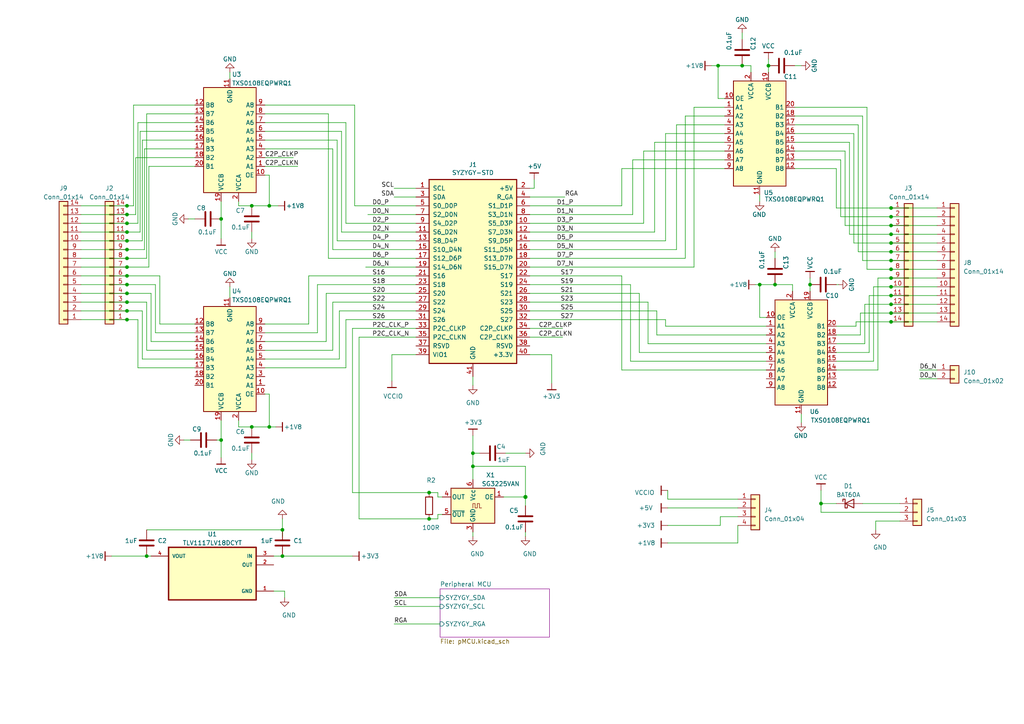
<source format=kicad_sch>
(kicad_sch (version 20230121) (generator eeschema)
  (paper "A4")
  (title_block (title "SYZYGY Breakout Flash") (date "2020-12-11") (rev "r1.0") (company "Adam Critchley") (comment 1 "SYZYGY Pod"))
  (lib_symbols
    (symbol "Connector_Generic:Conn_01x02" (pin_names (offset 1.016) hide)
      (property "Reference" "J" (at 0 2.54 0))
      (property "Value" "Conn_01x02" (at 0 -5.08 0))
      (symbol "Conn_01x02_1_1"
        (rectangle (start -1.27 -2.413) (end 0 -2.667) (stroke (width 0.1524)))
        (rectangle (start -1.27 0.127) (end 0 -0.127) (stroke (width 0.1524)))
        (rectangle (start -1.27 1.27) (end 1.27 -3.81) (stroke (width 0.254)) (fill (type background)))
        (pin passive line (at -5.08 0 0) (length 3.81) (name "Pin_1") (number "1"))
        (pin passive line (at -5.08 -2.54 0) (length 3.81) (name "Pin_2") (number "2"))
      )
    )
    (symbol "Connector_Generic:Conn_01x03" (pin_names (offset 1.016) hide)
      (property "Reference" "J" (at 0 5.08 0))
      (property "Value" "Conn_01x03" (at 0 -5.08 0))
      (symbol "Conn_01x03_1_1"
        (rectangle (start -1.27 -2.413) (end 0 -2.667) (stroke (width 0.1524)))
        (rectangle (start -1.27 0.127) (end 0 -0.127) (stroke (width 0.1524)))
        (rectangle (start -1.27 2.667) (end 0 2.413) (stroke (width 0.1524)))
        (rectangle (start -1.27 3.81) (end 1.27 -3.81) (stroke (width 0.254)) (fill (type background)))
        (pin passive line (at -5.08 2.54 0) (length 3.81) (name "Pin_1") (number "1"))
        (pin passive line (at -5.08 0 0) (length 3.81) (name "Pin_2") (number "2"))
        (pin passive line (at -5.08 -2.54 0) (length 3.81) (name "Pin_3") (number "3"))
      )
    )
    (symbol "Connector_Generic:Conn_01x04" (pin_names (offset 1.016) hide)
      (property "Reference" "J" (at 0 5.08 0))
      (property "Value" "Conn_01x04" (at 0 -7.62 0))
      (symbol "Conn_01x04_1_1"
        (rectangle (start -1.27 -4.953) (end 0 -5.207) (stroke (width 0.1524)))
        (rectangle (start -1.27 -2.413) (end 0 -2.667) (stroke (width 0.1524)))
        (rectangle (start -1.27 0.127) (end 0 -0.127) (stroke (width 0.1524)))
        (rectangle (start -1.27 2.667) (end 0 2.413) (stroke (width 0.1524)))
        (rectangle (start -1.27 3.81) (end 1.27 -6.35) (stroke (width 0.254)) (fill (type background)))
        (pin passive line (at -5.08 2.54 0) (length 3.81) (name "Pin_1") (number "1"))
        (pin passive line (at -5.08 0 0) (length 3.81) (name "Pin_2") (number "2"))
        (pin passive line (at -5.08 -2.54 0) (length 3.81) (name "Pin_3") (number "3"))
        (pin passive line (at -5.08 -5.08 0) (length 3.81) (name "Pin_4") (number "4"))
      )
    )
    (symbol "Connector_Generic:Conn_01x14" (pin_names (offset 1.016) hide)
      (property "Reference" "J" (at 0 17.78 0))
      (property "Value" "Conn_01x14" (at 0 -20.32 0))
      (symbol "Conn_01x14_1_1"
        (rectangle (start -1.27 -17.653) (end 0 -17.907) (stroke (width 0.1524)))
        (rectangle (start -1.27 -15.113) (end 0 -15.367) (stroke (width 0.1524)))
        (rectangle (start -1.27 -12.573) (end 0 -12.827) (stroke (width 0.1524)))
        (rectangle (start -1.27 -10.033) (end 0 -10.287) (stroke (width 0.1524)))
        (rectangle (start -1.27 -7.493) (end 0 -7.747) (stroke (width 0.1524)))
        (rectangle (start -1.27 -4.953) (end 0 -5.207) (stroke (width 0.1524)))
        (rectangle (start -1.27 -2.413) (end 0 -2.667) (stroke (width 0.1524)))
        (rectangle (start -1.27 0.127) (end 0 -0.127) (stroke (width 0.1524)))
        (rectangle (start -1.27 2.667) (end 0 2.413) (stroke (width 0.1524)))
        (rectangle (start -1.27 5.207) (end 0 4.953) (stroke (width 0.1524)))
        (rectangle (start -1.27 7.747) (end 0 7.493) (stroke (width 0.1524)))
        (rectangle (start -1.27 10.287) (end 0 10.033) (stroke (width 0.1524)))
        (rectangle (start -1.27 12.827) (end 0 12.573) (stroke (width 0.1524)))
        (rectangle (start -1.27 15.367) (end 0 15.113) (stroke (width 0.1524)))
        (rectangle (start -1.27 16.51) (end 1.27 -19.05) (stroke (width 0.254)) (fill (type background)))
        (pin passive line (at -5.08 15.24 0) (length 3.81) (name "Pin_1") (number "1"))
        (pin passive line (at -5.08 -7.62 0) (length 3.81) (name "Pin_10") (number "10"))
        (pin passive line (at -5.08 -10.16 0) (length 3.81) (name "Pin_11") (number "11"))
        (pin passive line (at -5.08 -12.7 0) (length 3.81) (name "Pin_12") (number "12"))
        (pin passive line (at -5.08 -15.24 0) (length 3.81) (name "Pin_13") (number "13"))
        (pin passive line (at -5.08 -17.78 0) (length 3.81) (name "Pin_14") (number "14"))
        (pin passive line (at -5.08 12.7 0) (length 3.81) (name "Pin_2") (number "2"))
        (pin passive line (at -5.08 10.16 0) (length 3.81) (name "Pin_3") (number "3"))
        (pin passive line (at -5.08 7.62 0) (length 3.81) (name "Pin_4") (number "4"))
        (pin passive line (at -5.08 5.08 0) (length 3.81) (name "Pin_5") (number "5"))
        (pin passive line (at -5.08 2.54 0) (length 3.81) (name "Pin_6") (number "6"))
        (pin passive line (at -5.08 0 0) (length 3.81) (name "Pin_7") (number "7"))
        (pin passive line (at -5.08 -2.54 0) (length 3.81) (name "Pin_8") (number "8"))
        (pin passive line (at -5.08 -5.08 0) (length 3.81) (name "Pin_9") (number "9"))
      )
    )
    (symbol "Device:C" (pin_numbers hide) (pin_names (offset 0.254))
      (property "Reference" "C" (at 0.635 2.54 0))
      (property "Value" "C" (at 0.635 -2.54 0))
      (symbol "C_0_1"
        (polyline (pts (xy -2.032 -0.762) (xy 2.032 -0.762)) (stroke (width 0.508)))
        (polyline (pts (xy -2.032 0.762) (xy 2.032 0.762)) (stroke (width 0.508)))
      )
      (symbol "C_1_1"
        (pin passive line (at 0 3.81 270) (length 2.794) (name "~") (number "1"))
        (pin passive line (at 0 -3.81 90) (length 2.794) (name "~") (number "2"))
      )
    )
    (symbol "Device:R_7" (pin_numbers hide) (pin_names (offset 0))
      (property "Reference" "R" (at 2.032 0 90))
      (property "Value" "R" (at 0 0 90))
      (symbol "R_7_0_1"
        (rectangle (start -1.016 -2.54) (end 1.016 2.54) (stroke (width 0.254)))
      )
      (symbol "R_7_1_1"
        (pin passive line (at 0 3.81 270) (length 1.27) (name "~") (number "1"))
        (pin passive line (at 0 -3.81 90) (length 1.27) (name "~") (number "2"))
      )
    )
    (symbol "Diode:BAT60A" (pin_numbers hide) (pin_names (offset 1.016) hide)
      (property "Reference" "D" (at 0 2.54 0))
      (property "Value" "BAT60A" (at 0 -2.54 0))
      (symbol "BAT60A_0_1"
        (polyline (pts (xy 1.27 0) (xy -1.27 0)))
        (polyline (pts (xy 1.27 1.27) (xy 1.27 -1.27) (xy -1.27 0) (xy 1.27 1.27)) (stroke (width 0.254)))
        (polyline (pts (xy -1.905 0.635) (xy -1.905 1.27) (xy -1.27 1.27) (xy -1.27 -1.27) (xy -0.635 -1.27) (xy -0.635 -0.635)) (stroke (width 0.254)))
      )
      (symbol "BAT60A_1_1"
        (pin passive line (at -3.81 0 0) (length 2.54) (name "K") (number "1"))
        (pin passive line (at 3.81 0 180) (length 2.54) (name "A") (number "2"))
      )
    )
    (symbol "GND_1" (power) (pin_names (offset 0))
      (property "Value" "GND_1" (at 0 -3.81 0))
      (symbol "GND_1_0_1"
        (polyline (pts (xy 0 0) (xy 0 -1.27) (xy 1.27 -1.27) (xy 0 -2.54) (xy -1.27 -1.27) (xy 0 -1.27)))
      )
      (symbol "GND_1_1_1"
        (pin power_in line (at 0 0 270) (length 0) hide (name "GND") (number "1"))
      )
    )
    (symbol "GND_2" (power) (pin_names (offset 0))
      (property "Value" "GND_2" (at 0 -3.81 0))
      (symbol "GND_2_0_1"
        (polyline (pts (xy 0 0) (xy 0 -1.27) (xy 1.27 -1.27) (xy 0 -2.54) (xy -1.27 -1.27) (xy 0 -1.27)))
      )
      (symbol "GND_2_1_1"
        (pin power_in line (at 0 0 270) (length 0) hide (name "GND") (number "1"))
      )
    )
    (symbol "Logic_LevelTranslator:TXS0108EPW"
      (property "Reference" "U" (at -6.35 16.51 0))
      (property "Value" "TXS0108EPW" (at 3.81 16.51 0))
      (symbol "TXS0108EPW_0_1"
        (rectangle (start -7.62 15.24) (end 7.62 -15.24) (stroke (width 0.254)) (fill (type background)))
      )
      (symbol "TXS0108EPW_1_1"
        (pin bidirectional line (at -10.16 7.62 0) (length 2.54) (name "A1") (number "1"))
        (pin input line (at -10.16 10.16 0) (length 2.54) (name "OE") (number "10"))
        (pin power_in line (at 0 -17.78 90) (length 2.54) (name "GND") (number "11"))
        (pin bidirectional line (at 10.16 -10.16 180) (length 2.54) (name "B8") (number "12"))
        (pin bidirectional line (at 10.16 -7.62 180) (length 2.54) (name "B7") (number "13"))
        (pin bidirectional line (at 10.16 -5.08 180) (length 2.54) (name "B6") (number "14"))
        (pin bidirectional line (at 10.16 -2.54 180) (length 2.54) (name "B5") (number "15"))
        (pin bidirectional line (at 10.16 0 180) (length 2.54) (name "B4") (number "16"))
        (pin bidirectional line (at 10.16 2.54 180) (length 2.54) (name "B3") (number "17"))
        (pin bidirectional line (at 10.16 5.08 180) (length 2.54) (name "B2") (number "18"))
        (pin power_in line (at 2.54 17.78 270) (length 2.54) (name "VCCB") (number "19"))
        (pin power_in line (at -2.54 17.78 270) (length 2.54) (name "VCCA") (number "2"))
        (pin bidirectional line (at 10.16 7.62 180) (length 2.54) (name "B1") (number "20"))
        (pin bidirectional line (at -10.16 5.08 0) (length 2.54) (name "A2") (number "3"))
        (pin bidirectional line (at -10.16 2.54 0) (length 2.54) (name "A3") (number "4"))
        (pin bidirectional line (at -10.16 0 0) (length 2.54) (name "A4") (number "5"))
        (pin bidirectional line (at -10.16 -2.54 0) (length 2.54) (name "A5") (number "6"))
        (pin bidirectional line (at -10.16 -5.08 0) (length 2.54) (name "A6") (number "7"))
        (pin bidirectional line (at -10.16 -7.62 0) (length 2.54) (name "A7") (number "8"))
        (pin bidirectional line (at -10.16 -10.16 0) (length 2.54) (name "A8") (number "9"))
      )
    )
    (symbol "TLV1117LV18DCYT:TLV1117LV18DCYT" (pin_names (offset 1.016))
      (property "Reference" "U" (at -12.7 8.62 0))
      (property "Value" "TLV1117LV18DCYT" (at -12.7 -11.62 0))
      (symbol "TLV1117LV18DCYT_0_0"
        (rectangle (start -12.7 -7.62) (end 12.7 7.62) (stroke (width 0.41)) (fill (type background)))
        (pin power_in line (at 17.78 -5.08 180) (length 5.08) (name "GND") (number "1"))
        (pin output line (at 17.78 2.54 180) (length 5.08) (name "OUT") (number "2"))
        (pin output line (at 17.78 5.08 180) (length 5.08) (name "IN") (number "3"))
        (pin input line (at -17.78 5.08 0) (length 5.08) (name "VOUT") (number "4"))
      )
    )
    (symbol "gkl_power:+1V8" (power) (pin_names (offset 0))
      (property "Value" "+1V8" (at 0 3.556 0))
      (symbol "+1V8_0_1"
        (polyline (pts (xy -1.27 1.905) (xy 1.27 1.905)) (stroke (width 0.3048)))
        (polyline (pts (xy 0 0) (xy 0 1.905)))
      )
      (symbol "+1V8_1_1"
        (pin power_in line (at 0 0 90) (length 0) hide (name "+1V8") (number "1"))
      )
    )
    (symbol "gkl_power:+3V3" (power) (pin_names (offset 0))
      (property "Value" "+3V3" (at 0 3.556 0))
      (symbol "+3V3_0_1"
        (polyline (pts (xy -1.27 1.905) (xy 1.27 1.905)) (stroke (width 0.3048)))
        (polyline (pts (xy 0 0) (xy 0 1.905)))
      )
      (symbol "+3V3_1_1"
        (pin power_in line (at 0 0 90) (length 0) hide (name "+3V3") (number "1"))
      )
    )
    (symbol "gkl_power:+5V" (power) (pin_names (offset 0))
      (property "Value" "+5V" (at 0 3.175 0))
      (symbol "+5V_0_1"
        (polyline (pts (xy -1.27 1.905) (xy 1.27 1.905)) (stroke (width 0.3048)))
        (polyline (pts (xy 0 0) (xy 0 1.905)))
      )
      (symbol "+5V_1_1"
        (pin power_in line (at 0 0 90) (length 0) hide (name "+5V") (number "1"))
      )
    )
    (symbol "gkl_power:VCC" (power) (pin_names (offset 0))
      (property "Value" "VCC" (at 0 3.556 0))
      (symbol "VCC_0_1"
        (polyline (pts (xy -1.27 1.905) (xy 1.27 1.905)) (stroke (width 0.3048)))
        (polyline (pts (xy 0 0) (xy 0 1.905)))
      )
      (symbol "VCC_1_1"
        (pin power_in line (at 0 0 90) (length 0) hide (name "VCC") (number "1"))
      )
    )
    (symbol "gkl_power:VCCIO" (power) (pin_names (offset 0))
      (property "Value" "VCCIO" (at 0 3.556 0))
      (symbol "VCCIO_0_1"
        (polyline (pts (xy -1.27 1.905) (xy 1.27 1.905)) (stroke (width 0.3048)))
        (polyline (pts (xy 0 0) (xy 0 1.905)))
      )
      (symbol "VCCIO_1_1"
        (pin power_in line (at 0 0 90) (length 0) hide (name "VCCIO") (number "1"))
      )
    )
    (symbol "gsd-kicad:SG3225VAN" (pin_names (offset 0.254))
      (property "Reference" "X" (at -5.08 6.35 0))
      (property "Value" "SG3225VAN" (at 1.27 -6.35 0))
      (symbol "SG3225VAN_0_1"
        (rectangle (start -6.35 5.08) (end 6.35 -5.08) (stroke (width 0.254)) (fill (type background)))
        (polyline (pts (xy -2.54 -0.635) (xy -1.905 -0.635) (xy -1.905 0.635) (xy -1.27 0.635) (xy -1.27 -0.635) (xy -0.635 -0.635) (xy -0.635 0.635) (xy 0 0.635) (xy 0 -0.635)))
      )
      (symbol "SG3225VAN_1_1"
        (pin input line (at -8.89 2.54 0) (length 2.54) (name "OE") (number "1"))
        (pin power_in line (at 0 -7.62 90) (length 2.54) (name "GND") (number "3"))
        (pin output line (at 8.89 2.54 180) (length 2.54) (name "OUT") (number "4"))
        (pin output line (at 8.89 -2.54 180) (length 2.54) (name "~{OUT}") (number "5"))
        (pin power_in line (at 0 7.62 270) (length 2.54) (name "Vcc") (number "6"))
      )
    )
    (symbol "gsd-kicad:SYZYGY-STD" (pin_names (offset 1.016))
      (property "Reference" "J" (at 0 27.94 0))
      (property "Value" "SYZYGY-STD" (at 0 25.4 0))
      (symbol "SYZYGY-STD_0_1"
        (rectangle (start -12.7 24.13) (end 12.7 -29.21) (stroke (width 0.3302)) (fill (type background)))
      )
      (symbol "SYZYGY-STD_1_1"
        (pin input line (at -16.51 21.59 0) (length 3.81) (name "SCL") (number "1"))
        (pin input line (at 16.51 11.43 180) (length 3.81) (name "S5_D3P") (number "10"))
        (pin input line (at -16.51 8.89 0) (length 3.81) (name "S6_D2N") (number "11"))
        (pin input line (at 16.51 8.89 180) (length 3.81) (name "S7_D3N") (number "12"))
        (pin input line (at -16.51 6.35 0) (length 3.81) (name "S8_D4P") (number "13"))
        (pin input line (at 16.51 6.35 180) (length 3.81) (name "S9_D5P") (number "14"))
        (pin input line (at -16.51 3.81 0) (length 3.81) (name "S10_D4N") (number "15"))
        (pin input line (at 16.51 3.81 180) (length 3.81) (name "S11_D5N") (number "16"))
        (pin input line (at -16.51 1.27 0) (length 3.81) (name "S12_D6P") (number "17"))
        (pin input line (at 16.51 1.27 180) (length 3.81) (name "S13_D7P") (number "18"))
        (pin input line (at -16.51 -1.27 0) (length 3.81) (name "S14_D6N") (number "19"))
        (pin input line (at 16.51 21.59 180) (length 3.81) (name "+5V") (number "2"))
        (pin input line (at 16.51 -1.27 180) (length 3.81) (name "S15_D7N") (number "20"))
        (pin input line (at -16.51 -3.81 0) (length 3.81) (name "S16") (number "21"))
        (pin input line (at 16.51 -3.81 180) (length 3.81) (name "S17") (number "22"))
        (pin input line (at -16.51 -6.35 0) (length 3.81) (name "S18") (number "23"))
        (pin input line (at 16.51 -6.35 180) (length 3.81) (name "S19") (number "24"))
        (pin input line (at -16.51 -8.89 0) (length 3.81) (name "S20") (number "25"))
        (pin input line (at 16.51 -8.89 180) (length 3.81) (name "S21") (number "26"))
        (pin input line (at -16.51 -11.43 0) (length 3.81) (name "S22") (number "27"))
        (pin input line (at 16.51 -11.43 180) (length 3.81) (name "S23") (number "28"))
        (pin input line (at -16.51 -13.97 0) (length 3.81) (name "S24") (number "29"))
        (pin input line (at -16.51 19.05 0) (length 3.81) (name "SDA") (number "3"))
        (pin input line (at 16.51 -13.97 180) (length 3.81) (name "S25") (number "30"))
        (pin input line (at -16.51 -16.51 0) (length 3.81) (name "S26") (number "31"))
        (pin input line (at 16.51 -16.51 180) (length 3.81) (name "S27") (number "32"))
        (pin input line (at -16.51 -19.05 0) (length 3.81) (name "P2C_CLKP") (number "33"))
        (pin input line (at 16.51 -19.05 180) (length 3.81) (name "C2P_CLKP") (number "34"))
        (pin input line (at -16.51 -21.59 0) (length 3.81) (name "P2C_CLKN") (number "35"))
        (pin input line (at 16.51 -21.59 180) (length 3.81) (name "C2P_CLKN") (number "36"))
        (pin input line (at -16.51 -24.13 0) (length 3.81) (name "RSVD") (number "37"))
        (pin input line (at 16.51 -24.13 180) (length 3.81) (name "RSVD") (number "38"))
        (pin input line (at -16.51 -26.67 0) (length 3.81) (name "VIO1") (number "39"))
        (pin input line (at 16.51 19.05 180) (length 3.81) (name "R_GA") (number "4"))
        (pin input line (at 16.51 -26.67 180) (length 3.81) (name "+3.3V") (number "40"))
        (pin input line (at 0 -33.02 90) (length 3.81) (name "GND") (number "41"))
        (pin input line (at -16.51 16.51 0) (length 3.81) (name "S0_D0P") (number "5"))
        (pin input line (at 16.51 16.51 180) (length 3.81) (name "S1_D1P") (number "6"))
        (pin input line (at -16.51 13.97 0) (length 3.81) (name "S2_D0N") (number "7"))
        (pin input line (at 16.51 13.97 180) (length 3.81) (name "S3_D1N") (number "8"))
        (pin input line (at -16.51 11.43 0) (length 3.81) (name "S4_D2P") (number "9"))
      )
    )
    (symbol "power:GND" (power) (pin_names (offset 0))
      (property "Value" "GND" (at 0 -3.81 0))
      (symbol "GND_0_1"
        (polyline (pts (xy 0 0) (xy 0 -1.27) (xy 1.27 -1.27) (xy 0 -2.54) (xy -1.27 -1.27) (xy 0 -1.27)))
      )
      (symbol "GND_1_1"
        (pin power_in line (at 0 0 270) (length 0) hide (name "GND") (number "1"))
      )
    )
  )
  (bus_alias "GPDI" (members "CK_N" "CK_P" "D0_N" "D0_P" "D1_N" "D1_P" "D2_N" "D2_P"))
  (junction (at 36.83 64.77))
  (junction (at 36.83 85.09))
  (junction (at 215.265 19.05))
  (junction (at 224.79 82.55))
  (junction (at 258.445 90.805))
  (junction (at 258.445 75.565))
  (junction (at 238.125 146.05))
  (junction (at 124.46 150.495))
  (junction (at 36.83 67.31))
  (junction (at 78.105 123.825))
  (junction (at 36.83 82.55))
  (junction (at 36.83 92.71))
  (junction (at 36.83 77.47))
  (junction (at 258.445 80.645))
  (junction (at 234.95 82.55))
  (junction (at 42.545 161.29))
  (junction (at 36.83 62.23))
  (junction (at 222.885 19.05))
  (junction (at 124.46 142.875))
  (junction (at 258.445 70.485))
  (junction (at 258.445 67.945))
  (junction (at 36.83 72.39))
  (junction (at 36.83 59.69))
  (junction (at 258.445 83.185))
  (junction (at 64.135 127.635))
  (junction (at 258.445 78.105))
  (junction (at 64.135 63.5))
  (junction (at 258.445 93.345))
  (junction (at 258.445 60.325))
  (junction (at 78.105 59.69))
  (junction (at 73.025 123.825))
  (junction (at 73.025 59.69))
  (junction (at 81.915 153.67))
  (junction (at 36.83 74.93))
  (junction (at 258.445 88.265))
  (junction (at 137.16 131.445))
  (junction (at 137.16 135.255))
  (junction (at 258.445 62.865))
  (junction (at 81.915 161.29))
  (junction (at 258.445 73.025))
  (junction (at 36.83 90.17))
  (junction (at 36.83 69.85))
  (junction (at 36.83 87.63))
  (junction (at 36.83 80.01))
  (junction (at 258.445 65.405))
  (junction (at 208.28 19.05))
  (junction (at 258.445 85.725))
  (junction (at 220.345 82.55))
  (junction (at 152.4 144.145) (diameter 1.016))
  (wire (pts (xy 238.125 148.59) (xy 260.985 148.59)))
  (wire (pts (xy 76.835 45.72) (xy 85.09 45.72)))
  (wire (pts (xy 76.835 106.68) (xy 100.33 106.68)))
  (wire (pts (xy 153.67 64.77) (xy 186.69 64.77)))
  (wire (pts (xy 106.045 77.47) (xy 120.65 77.47)))
  (wire (pts (xy 183.515 46.355) (xy 210.185 46.355)))
  (wire (pts (xy 220.345 82.55) (xy 220.345 92.075)))
  (wire (pts (xy 208.915 152.4) (xy 208.915 149.86)))
  (wire (pts (xy 180.34 107.315) (xy 180.34 80.01)))
  (wire (pts (xy 247.65 70.485) (xy 258.445 70.485)))
  (wire (pts (xy 137.16 131.445) (xy 137.16 135.255)))
  (wire (pts (xy 102.87 30.48) (xy 102.87 59.69)))
  (wire (pts (xy 153.67 82.55) (xy 182.88 82.55)))
  (wire (pts (xy 76.835 114.3) (xy 78.105 114.3)))
  (wire (pts (xy 41.91 72.39) (xy 36.83 72.39)))
  (wire (pts (xy 114.3 173.355) (xy 127.635 173.355)))
  (wire (pts (xy 23.495 92.71) (xy 36.83 92.71)))
  (wire (pts (xy 43.18 48.26) (xy 43.18 77.47)))
  (wire (pts (xy 190.5 97.155) (xy 222.25 97.155)))
  (wire (pts (xy 247.65 38.735) (xy 230.505 38.735)))
  (wire (pts (xy 243.84 46.355) (xy 230.505 46.355)))
  (wire (pts (xy 23.495 72.39) (xy 36.83 72.39)))
  (wire (pts (xy 23.495 80.01) (xy 36.83 80.01)))
  (wire (pts (xy 153.67 95.25) (xy 163.195 95.25)))
  (wire (pts (xy 36.83 82.55) (xy 45.085 82.55)))
  (wire (pts (xy 64.135 132.715) (xy 64.135 127.635)))
  (wire (pts (xy 76.835 48.26) (xy 86.36 48.26)))
  (wire (pts (xy 41.275 90.17) (xy 41.275 104.14)))
  (wire (pts (xy 258.445 60.325) (xy 271.78 60.325)))
  (wire (pts (xy 193.675 152.4) (xy 208.915 152.4)))
  (wire (pts (xy 234.95 80.645) (xy 234.95 82.55)))
  (wire (pts (xy 198.755 33.655) (xy 210.185 33.655)))
  (wire (pts (xy 251.46 78.105) (xy 251.46 31.115)))
  (wire (pts (xy 96.52 72.39) (xy 120.65 72.39)))
  (wire (pts (xy 23.495 77.47) (xy 36.83 77.47)))
  (wire (pts (xy 258.445 80.645) (xy 271.78 80.645)))
  (wire (pts (xy 43.18 48.26) (xy 56.515 48.26)))
  (wire (pts (xy 146.05 144.145) (xy 152.4 144.145)))
  (wire (pts (xy 78.105 123.825) (xy 80.01 123.825)))
  (wire (pts (xy 242.57 60.325) (xy 242.57 48.895)))
  (wire (pts (xy 40.64 38.1) (xy 56.515 38.1)))
  (wire (pts (xy 232.41 122.555) (xy 232.41 120.015)))
  (wire (pts (xy 242.57 48.895) (xy 230.505 48.895)))
  (wire (pts (xy 69.215 123.825) (xy 73.025 123.825)))
  (wire (pts (xy 36.83 87.63) (xy 42.545 87.63)))
  (wire (pts (xy 153.67 77.47) (xy 201.295 77.47)))
  (wire (pts (xy 247.65 70.485) (xy 247.65 38.735)))
  (wire (pts (xy 242.57 97.155) (xy 249.555 97.155)))
  (wire (pts (xy 224.79 82.55) (xy 229.87 82.55)))
  (wire (pts (xy 242.57 102.235) (xy 252.095 102.235)))
  (wire (pts (xy 153.67 59.69) (xy 180.34 59.69)))
  (wire (pts (xy 160.02 111.125) (xy 160.02 102.87)))
  (wire (pts (xy 193.04 38.735) (xy 210.185 38.735)))
  (wire (pts (xy 76.835 93.98) (xy 89.535 93.98)))
  (wire (pts (xy 222.25 92.075) (xy 220.345 92.075)))
  (wire (pts (xy 79.375 161.29) (xy 81.915 161.29)))
  (wire (pts (xy 76.835 104.14) (xy 98.425 104.14)))
  (wire (pts (xy 76.835 101.6) (xy 96.52 101.6)))
  (wire (pts (xy 258.445 78.105) (xy 271.78 78.105)))
  (wire (pts (xy 104.14 97.79) (xy 120.65 97.79)))
  (wire (pts (xy 100.33 92.71) (xy 120.65 92.71)))
  (wire (pts (xy 146.685 131.445) (xy 152.4 131.445)))
  (wire (pts (xy 217.805 19.05) (xy 217.805 20.955)))
  (wire (pts (xy 213.995 144.78) (xy 193.675 144.78)))
  (wire (pts (xy 106.68 62.23) (xy 120.65 62.23)))
  (wire (pts (xy 220.345 58.42) (xy 220.345 56.515)))
  (wire (pts (xy 76.835 43.18) (xy 96.52 43.18)))
  (wire (pts (xy 114.3 180.975) (xy 127.635 180.975)))
  (wire (pts (xy 73.025 133.35) (xy 73.025 131.445)))
  (wire (pts (xy 250.19 75.565) (xy 250.19 33.655)))
  (wire (pts (xy 40.005 92.71) (xy 40.005 106.68)))
  (wire (pts (xy 23.495 85.09) (xy 36.83 85.09)))
  (wire (pts (xy 196.215 36.195) (xy 210.185 36.195)))
  (wire (pts (xy 258.445 65.405) (xy 271.78 65.405)))
  (wire (pts (xy 41.91 43.18) (xy 56.515 43.18)))
  (wire (pts (xy 189.865 41.275) (xy 189.865 67.31)))
  (wire (pts (xy 258.445 85.725) (xy 271.78 85.725)))
  (wire (pts (xy 98.425 90.17) (xy 120.65 90.17)))
  (wire (pts (xy 128.27 149.225) (xy 127 149.225)))
  (wire (pts (xy 113.665 110.49) (xy 113.665 102.87)))
  (wire (pts (xy 258.445 70.485) (xy 271.78 70.485)))
  (wire (pts (xy 250.825 88.265) (xy 258.445 88.265)))
  (wire (pts (xy 137.16 126.365) (xy 137.16 131.445)))
  (wire (pts (xy 250.825 99.695) (xy 250.825 88.265)))
  (wire (pts (xy 100.33 92.71) (xy 100.33 106.68)))
  (wire (pts (xy 39.37 45.72) (xy 39.37 62.23)))
  (wire (pts (xy 100.33 35.56) (xy 76.835 35.56)))
  (wire (pts (xy 224.79 73.025) (xy 224.79 74.93)))
  (wire (pts (xy 137.16 135.255) (xy 137.16 139.065)))
  (wire (pts (xy 193.04 92.71) (xy 193.04 94.615)))
  (wire (pts (xy 252.095 85.725) (xy 258.445 85.725)))
  (wire (pts (xy 127 144.145) (xy 127 142.875)))
  (wire (pts (xy 42.545 161.29) (xy 43.815 161.29)))
  (wire (pts (xy 193.04 94.615) (xy 222.25 94.615)))
  (wire (pts (xy 23.495 90.17) (xy 36.83 90.17)))
  (wire (pts (xy 152.4 144.145) (xy 152.4 135.255)))
  (wire (pts (xy 215.265 9.525) (xy 215.265 11.43)))
  (wire (pts (xy 187.96 99.695) (xy 222.25 99.695)))
  (wire (pts (xy 66.675 83.185) (xy 66.675 86.36)))
  (wire (pts (xy 246.38 67.945) (xy 258.445 67.945)))
  (wire (pts (xy 220.345 82.55) (xy 224.79 82.55)))
  (wire (pts (xy 189.865 41.275) (xy 210.185 41.275)))
  (wire (pts (xy 153.67 69.85) (xy 193.04 69.85)))
  (wire (pts (xy 193.675 144.78) (xy 193.675 142.24)))
  (wire (pts (xy 153.67 87.63) (xy 187.96 87.63)))
  (wire (pts (xy 45.085 96.52) (xy 56.515 96.52)))
  (wire (pts (xy 153.67 97.79) (xy 163.195 97.79)))
  (wire (pts (xy 258.445 73.025) (xy 271.78 73.025)))
  (wire (pts (xy 234.95 82.55) (xy 234.95 84.455)))
  (wire (pts (xy 128.27 144.145) (xy 127 144.145)))
  (wire (pts (xy 89.535 80.01) (xy 89.535 93.98)))
  (wire (pts (xy 100.33 64.77) (xy 120.65 64.77)))
  (wire (pts (xy 254.635 80.645) (xy 258.445 80.645)))
  (wire (pts (xy 76.835 38.1) (xy 99.06 38.1)))
  (wire (pts (xy 54.61 63.5) (xy 56.515 63.5)))
  (wire (pts (xy 92.075 82.55) (xy 120.65 82.55)))
  (wire (pts (xy 222.885 19.05) (xy 222.885 20.955)))
  (wire (pts (xy 43.815 85.09) (xy 43.815 99.06)))
  (wire (pts (xy 40.64 38.1) (xy 40.64 67.31)))
  (wire (pts (xy 243.205 82.55) (xy 242.57 82.55)))
  (wire (pts (xy 201.295 31.115) (xy 210.185 31.115)))
  (wire (pts (xy 64.135 127.635) (xy 64.135 121.92)))
  (wire (pts (xy 81.915 155.575) (xy 81.915 153.67)))
  (wire (pts (xy 36.83 59.69) (xy 38.735 59.69)))
  (wire (pts (xy 186.69 43.815) (xy 210.185 43.815)))
  (wire (pts (xy 76.835 50.8) (xy 78.105 50.8)))
  (wire (pts (xy 258.445 67.945) (xy 271.78 67.945)))
  (wire (pts (xy 160.02 102.87) (xy 153.67 102.87)))
  (wire (pts (xy 242.57 107.315) (xy 254.635 107.315)))
  (wire (pts (xy 193.675 157.48) (xy 213.995 157.48)))
  (wire (pts (xy 182.88 104.775) (xy 182.88 82.55)))
  (wire (pts (xy 243.84 62.865) (xy 258.445 62.865)))
  (wire (pts (xy 41.91 43.18) (xy 41.91 72.39)))
  (wire (pts (xy 249.555 97.155) (xy 249.555 90.805)))
  (wire (pts (xy 266.7 107.315) (xy 271.78 107.315)))
  (wire (pts (xy 190.5 97.155) (xy 190.5 90.17)))
  (wire (pts (xy 64.135 69.215) (xy 64.135 63.5)))
  (wire (pts (xy 245.11 43.815) (xy 230.505 43.815)))
  (wire (pts (xy 230.505 36.195) (xy 248.92 36.195)))
  (wire (pts (xy 154.94 54.61) (xy 154.94 52.07)))
  (wire (pts (xy 120.65 54.61) (xy 114.3 54.61)))
  (wire (pts (xy 40.005 106.68) (xy 56.515 106.68)))
  (wire (pts (xy 78.105 114.3) (xy 78.105 123.825)))
  (wire (pts (xy 242.57 99.695) (xy 250.825 99.695)))
  (wire (pts (xy 258.445 83.185) (xy 271.78 83.185)))
  (wire (pts (xy 201.295 31.115) (xy 201.295 77.47)))
  (wire (pts (xy 23.495 64.77) (xy 36.83 64.77)))
  (wire (pts (xy 102.235 95.25) (xy 120.65 95.25)))
  (wire (pts (xy 36.83 92.71) (xy 40.005 92.71)))
  (wire (pts (xy 97.79 69.85) (xy 97.79 40.64)))
  (wire (pts (xy 230.505 31.115) (xy 251.46 31.115)))
  (wire (pts (xy 32.385 161.29) (xy 42.545 161.29)))
  (wire (pts (xy 95.25 33.02) (xy 95.25 74.93)))
  (wire (pts (xy 248.285 94.615) (xy 242.57 94.615)))
  (wire (pts (xy 42.545 33.02) (xy 42.545 74.93)))
  (wire (pts (xy 266.7 109.855) (xy 271.78 109.855)))
  (wire (pts (xy 153.67 67.31) (xy 189.865 67.31)))
  (wire (pts (xy 36.83 64.77) (xy 40.005 64.77)))
  (wire (pts (xy 56.515 45.72) (xy 39.37 45.72)))
  (wire (pts (xy 97.79 69.85) (xy 120.65 69.85)))
  (wire (pts (xy 45.085 82.55) (xy 45.085 96.52)))
  (wire (pts (xy 78.105 59.69) (xy 80.645 59.69)))
  (wire (pts (xy 76.835 33.02) (xy 95.25 33.02)))
  (wire (pts (xy 23.495 82.55) (xy 36.83 82.55)))
  (wire (pts (xy 153.67 92.71) (xy 193.04 92.71)))
  (wire (pts (xy 40.005 35.56) (xy 56.515 35.56)))
  (wire (pts (xy 43.18 77.47) (xy 36.83 77.47)))
  (wire (pts (xy 250.19 75.565) (xy 258.445 75.565)))
  (wire (pts (xy 23.495 87.63) (xy 36.83 87.63)))
  (wire (pts (xy 62.865 127.635) (xy 64.135 127.635)))
  (wire (pts (xy 180.34 48.895) (xy 180.34 59.69)))
  (wire (pts (xy 76.835 30.48) (xy 102.87 30.48)))
  (wire (pts (xy 95.25 74.93) (xy 120.65 74.93)))
  (wire (pts (xy 245.11 65.405) (xy 258.445 65.405)))
  (wire (pts (xy 185.42 102.235) (xy 185.42 85.09)))
  (wire (pts (xy 248.92 73.025) (xy 258.445 73.025)))
  (wire (pts (xy 81.915 150.495) (xy 81.915 153.67)))
  (wire (pts (xy 215.265 19.05) (xy 217.805 19.05)))
  (wire (pts (xy 96.52 72.39) (xy 96.52 43.18)))
  (wire (pts (xy 258.445 75.565) (xy 271.78 75.565)))
  (wire (pts (xy 153.67 90.17) (xy 190.5 90.17)))
  (wire (pts (xy 23.495 59.69) (xy 36.83 59.69)))
  (wire (pts (xy 76.835 40.64) (xy 97.79 40.64)))
  (wire (pts (xy 41.275 40.64) (xy 56.515 40.64)))
  (wire (pts (xy 245.11 43.815) (xy 245.11 65.405)))
  (wire (pts (xy 186.69 43.815) (xy 186.69 64.77)))
  (wire (pts (xy 183.515 46.355) (xy 183.515 62.23)))
  (wire (pts (xy 36.83 90.17) (xy 41.275 90.17)))
  (wire (pts (xy 104.14 97.79) (xy 104.14 150.495)))
  (wire (pts (xy 253.365 83.185) (xy 258.445 83.185)))
  (wire (pts (xy 153.67 54.61) (xy 154.94 54.61)))
  (wire (pts (xy 36.83 85.09) (xy 43.815 85.09)))
  (wire (pts (xy 102.235 95.25) (xy 102.235 142.875)))
  (wire (pts (xy 153.67 80.01) (xy 180.34 80.01)))
  (wire (pts (xy 250.19 146.05) (xy 260.985 146.05)))
  (wire (pts (xy 208.28 19.05) (xy 208.28 28.575)))
  (wire (pts (xy 153.67 85.09) (xy 185.42 85.09)))
  (wire (pts (xy 254 151.13) (xy 254 153.67)))
  (wire (pts (xy 36.83 67.31) (xy 40.64 67.31)))
  (wire (pts (xy 102.235 142.875) (xy 124.46 142.875)))
  (wire (pts (xy 78.105 50.8) (xy 78.105 59.69)))
  (wire (pts (xy 94.615 85.09) (xy 94.615 99.06)))
  (wire (pts (xy 242.57 60.325) (xy 258.445 60.325)))
  (wire (pts (xy 208.915 149.86) (xy 213.995 149.86)))
  (wire (pts (xy 36.83 74.93) (xy 42.545 74.93)))
  (wire (pts (xy 254.635 80.645) (xy 254.635 107.315)))
  (wire (pts (xy 64.135 63.5) (xy 64.135 58.42)))
  (wire (pts (xy 23.495 69.85) (xy 36.83 69.85)))
  (wire (pts (xy 208.28 19.05) (xy 215.265 19.05)))
  (wire (pts (xy 229.87 82.55) (xy 229.87 84.455)))
  (wire (pts (xy 42.545 87.63) (xy 42.545 101.6)))
  (wire (pts (xy 98.425 90.17) (xy 98.425 104.14)))
  (wire (pts (xy 248.285 93.345) (xy 258.445 93.345)))
  (wire (pts (xy 42.545 153.67) (xy 81.915 153.67)))
  (wire (pts (xy 46.355 93.98) (xy 56.515 93.98)))
  (wire (pts (xy 180.34 107.315) (xy 222.25 107.315)))
  (wire (pts (xy 42.545 33.02) (xy 56.515 33.02)))
  (wire (pts (xy 41.275 69.85) (xy 41.275 40.64)))
  (wire (pts (xy 219.075 82.55) (xy 220.345 82.55)))
  (wire (pts (xy 137.16 154.305) (xy 137.16 155.575)))
  (wire (pts (xy 258.445 90.805) (xy 271.78 90.805)))
  (wire (pts (xy 246.38 67.945) (xy 246.38 41.275)))
  (wire (pts (xy 102.87 59.69) (xy 120.65 59.69)))
  (wire (pts (xy 23.495 74.93) (xy 36.83 74.93)))
  (wire (pts (xy 76.835 96.52) (xy 92.075 96.52)))
  (wire (pts (xy 42.545 101.6) (xy 56.515 101.6)))
  (wire (pts (xy 66.675 20.955) (xy 66.675 22.86)))
  (wire (pts (xy 89.535 80.01) (xy 120.65 80.01)))
  (wire (pts (xy 81.915 161.29) (xy 102.235 161.29)))
  (wire (pts (xy 43.815 99.06) (xy 56.515 99.06)))
  (wire (pts (xy 153.67 57.15) (xy 163.83 57.15)))
  (wire (pts (xy 180.34 48.895) (xy 210.185 48.895)))
  (wire (pts (xy 258.445 62.865) (xy 271.78 62.865)))
  (wire (pts (xy 152.4 144.145) (xy 152.4 146.685)))
  (wire (pts (xy 40.005 35.56) (xy 40.005 64.77)))
  (wire (pts (xy 249.555 90.805) (xy 258.445 90.805)))
  (wire (pts (xy 114.3 175.895) (xy 127.635 175.895)))
  (wire (pts (xy 238.125 146.05) (xy 238.125 142.24)))
  (wire (pts (xy 73.025 123.825) (xy 78.105 123.825)))
  (wire (pts (xy 153.67 62.23) (xy 183.515 62.23)))
  (wire (pts (xy 187.96 99.695) (xy 187.96 87.63)))
  (wire (pts (xy 222.885 17.145) (xy 222.885 19.05)))
  (wire (pts (xy 69.215 58.42) (xy 69.215 59.69)))
  (wire (pts (xy 213.995 152.4) (xy 213.995 157.48)))
  (wire (pts (xy 230.505 41.275) (xy 246.38 41.275)))
  (wire (pts (xy 99.06 67.31) (xy 99.06 38.1)))
  (wire (pts (xy 82.55 173.355) (xy 82.55 171.45)))
  (wire (pts (xy 230.505 33.655) (xy 250.19 33.655)))
  (wire (pts (xy 243.84 62.865) (xy 243.84 46.355)))
  (wire (pts (xy 94.615 85.09) (xy 120.65 85.09)))
  (wire (pts (xy 137.16 131.445) (xy 139.065 131.445)))
  (wire (pts (xy 96.52 87.63) (xy 120.65 87.63)))
  (wire (pts (xy 41.275 104.14) (xy 56.515 104.14)))
  (wire (pts (xy 258.445 93.345) (xy 271.78 93.345)))
  (wire (pts (xy 248.285 94.615) (xy 248.285 93.345)))
  (wire (pts (xy 198.755 33.655) (xy 198.755 74.93)))
  (wire (pts (xy 251.46 78.105) (xy 258.445 78.105)))
  (wire (pts (xy 38.735 30.48) (xy 38.735 59.69)))
  (wire (pts (xy 153.67 72.39) (xy 196.215 72.39)))
  (wire (pts (xy 46.355 80.01) (xy 46.355 93.98)))
  (wire (pts (xy 73.025 69.215) (xy 73.025 67.31)))
  (wire (pts (xy 36.83 69.85) (xy 41.275 69.85)))
  (wire (pts (xy 185.42 102.235) (xy 222.25 102.235)))
  (wire (pts (xy 253.365 83.185) (xy 253.365 104.775)))
  (wire (pts (xy 104.14 150.495) (xy 124.46 150.495)))
  (wire (pts (xy 76.835 99.06) (xy 94.615 99.06)))
  (wire (pts (xy 127 149.225) (xy 127 150.495)))
  (wire (pts (xy 127 150.495) (xy 124.46 150.495)))
  (wire (pts (xy 210.185 28.575) (xy 208.28 28.575)))
  (wire (pts (xy 96.52 87.63) (xy 96.52 101.6)))
  (wire (pts (xy 182.88 104.775) (xy 222.25 104.775)))
  (wire (pts (xy 39.37 62.23) (xy 36.83 62.23)))
  (wire (pts (xy 82.55 171.45) (xy 79.375 171.45)))
  (wire (pts (xy 23.495 62.23) (xy 36.83 62.23)))
  (wire (pts (xy 152.4 135.255) (xy 137.16 135.255)))
  (wire (pts (xy 92.075 82.55) (xy 92.075 96.52)))
  (wire (pts (xy 196.215 36.195) (xy 196.215 72.39)))
  (wire (pts (xy 242.57 104.775) (xy 253.365 104.775)))
  (wire (pts (xy 99.06 67.31) (xy 120.65 67.31)))
  (wire (pts (xy 152.4 154.305) (xy 152.4 155.575)))
  (wire (pts (xy 69.215 59.69) (xy 73.025 59.69)))
  (wire (pts (xy 258.445 88.265) (xy 271.78 88.265)))
  (wire (pts (xy 69.215 121.92) (xy 69.215 123.825)))
  (wire (pts (xy 127 142.875) (xy 124.46 142.875)))
  (wire (pts (xy 36.83 80.01) (xy 46.355 80.01)))
  (wire (pts (xy 238.125 148.59) (xy 238.125 146.05)))
  (wire (pts (xy 100.33 64.77) (xy 100.33 35.56)))
  (wire (pts (xy 232.41 19.05) (xy 230.505 19.05)))
  (wire (pts (xy 73.025 59.69) (xy 78.105 59.69)))
  (wire (pts (xy 252.095 102.235) (xy 252.095 85.725)))
  (wire (pts (xy 38.735 30.48) (xy 56.515 30.48)))
  (wire (pts (xy 53.34 127.635) (xy 55.245 127.635)))
  (wire (pts (xy 120.65 57.15) (xy 114.3 57.15)))
  (wire (pts (xy 193.675 147.32) (xy 213.995 147.32)))
  (wire (pts (xy 23.495 67.31) (xy 36.83 67.31)))
  (wire (pts (xy 206.375 19.05) (xy 208.28 19.05)))
  (wire (pts (xy 260.985 151.13) (xy 254 151.13)))
  (wire (pts (xy 248.92 73.025) (xy 248.92 36.195)))
  (wire (pts (xy 153.67 74.93) (xy 198.755 74.93)))
  (wire (pts (xy 193.04 38.735) (xy 193.04 69.85)))
  (wire (pts (xy 238.125 146.05) (xy 242.57 146.05)))
  (wire (pts (xy 137.16 111.76) (xy 137.16 109.22)))
  (wire (pts (xy 113.665 102.87) (xy 120.65 102.87)))
  (label "C2P_CLKN" (at 76.835 48.26 0))
  (label "C2P_CLKP" (at 156.21 95.25 0))
  (label "SCL" (at 114.3 175.895 0))
  (label "S22" (at 107.95 87.63 0))
  (label "C2P_CLKN" (at 156.21 97.79 0))
  (label "S23" (at 166.37 87.63 180))
  (label "P2C_CLK_P" (at 107.95 95.25 0))
  (label "S19" (at 166.37 82.55 180))
  (label "RGA" (at 163.83 57.15 0))
  (label "D3_N" (at 166.37 67.31 180))
  (label "D7_N" (at 166.37 77.47 180))
  (label "D4_P" (at 107.95 69.85 0))
  (label "S27" (at 166.37 92.71 180))
  (label "D0_P" (at 107.95 59.69 0))
  (label "RGA" (at 114.3 180.975 0))
  (label "S20" (at 107.95 85.09 0))
  (label "D6_P" (at 107.95 74.93 0))
  (label "S21" (at 166.37 85.09 180))
  (label "SCL" (at 114.3 54.61 180))
  (label "D0_N" (at 107.95 62.23 0))
  (label "D1_N" (at 166.37 62.23 180))
  (label "D0_N" (at 266.7 109.855 0))
  (label "P2C_CLK_N" (at 107.95 97.79 0))
  (label "D7_P" (at 166.37 74.93 180))
  (label "D3_P" (at 166.37 64.77 180))
  (label "S26" (at 107.95 92.71 0))
  (label "C2P_CLKP" (at 76.835 45.72 0))
  (label "S17" (at 166.37 80.01 180))
  (label "S18" (at 107.95 82.55 0))
  (label "D5_N" (at 166.37 72.39 180))
  (label "D1_P" (at 166.37 59.69 180))
  (label "D4_N" (at 107.95 72.39 0))
  (label "SDA" (at 114.3 173.355 0))
  (label "D6_N" (at 107.95 77.47 0))
  (label "S24" (at 107.95 90.17 0))
  (label "D6_N" (at 266.7 107.315 0))
  (label "S16" (at 107.95 80.01 0))
  (label "D2_N" (at 107.95 67.31 0))
  (label "S25" (at 166.37 90.17 180))
  (label "D2_P" (at 107.95 64.77 0))
  (label "SDA" (at 114.3 57.15 180))
  (label "D5_P" (at 166.37 69.85 180))
  (symbol (lib_name "GND_2") (lib_id "power:GND") (at 220.345 58.42 0) (unit 1)
    (property "Reference" "#PWR032" (effects hide))
    (property "Value" "GND" (at 222.25 62.23 0) (effects (justify right)))
  )
  (symbol (lib_id "power:GND") (at 137.16 111.76 0) (unit 1)
    (property "Reference" "#PWR03" (effects hide))
    (property "Value" "GND" (at 137.16 116.84 0))
  )
  (symbol (lib_id "Device:C") (at 73.025 63.5 0) (mirror y) (unit 1)
    (property "Reference" "C7" (at 68.326 61.087 0) (effects (justify right)))
    (property "Value" "0.1uF" (at 67.056 65.913 0) (effects (justify right)))
    (property "Footprint" "Capacitor_SMD:C_0603_1608Metric_Pad1.08x0.95mm_HandSolder" (effects hide))
    (property "Mfg" "Yageo" (effects hide))
    (property "PN" "CC0402KRX5R6BB105" (effects hide))
  )
  (symbol (lib_id "gkl_power:+3V3") (at 193.675 152.4 90) (unit 1)
    (property "Reference" "#PWR0105" (effects hide))
    (property "Value" "+3V3" (at 187.325 152.4 90))
  )
  (symbol (lib_id "gkl_power:+1V8") (at 80.645 59.69 270) (unit 1)
    (property "Reference" "#PWR025" (effects hide))
    (property "Value" "+1V8" (at 88.265 59.69 90) (effects (justify right)))
  )
  (symbol (lib_id "Connector_Generic:Conn_01x14") (at 263.525 75.565 0) (unit 1)
    (property "Reference" "J3" (at 262.255 54.61 0) (effects (justify left)))
    (property "Value" "Conn_01x14" (at 257.81 57.15 0) (effects (justify left)))
    (property "Footprint" "Connector_PinHeader_2.54mm:PinHeader_1x14_P2.54mm_Vertical" (effects hide))
  )
  (symbol (lib_id "power:GND") (at 152.4 131.445 90) (unit 1)
    (property "Reference" "#PWR016" (effects hide))
    (property "Value" "GND" (at 157.48 130.175 0))
  )
  (symbol (lib_id "Connector_Generic:Conn_01x03") (at 266.065 148.59 0) (unit 1)
    (property "Reference" "J5" (at 268.605 147.955 0) (effects (justify left)))
    (property "Value" "Conn_01x03" (at 268.605 150.495 0) (effects (justify left)))
    (property "Footprint" "Connector_PinHeader_2.54mm:PinHeader_1x03_P2.54mm_Vertical" (effects hide))
  )
  (symbol (lib_id "gkl_power:+3V3") (at 102.235 161.29 270) (unit 1)
    (property "Reference" "#PWR014" (effects hide))
    (property "Value" "+3V3" (at 107.315 161.29 90))
  )
  (symbol (lib_id "power:GND") (at 82.55 173.355 0) (unit 1)
    (property "Reference" "#PWR017" (effects hide))
    (property "Value" "GND" (at 83.82 178.435 0))
  )
  (symbol (lib_id "TLV1117LV18DCYT:TLV1117LV18DCYT") (at 61.595 166.37 0) (unit 1)
    (property "Reference" "U1" (at 61.595 154.94 0))
    (property "Value" "TLV1117LV18DCYT" (at 61.595 157.48 0))
    (property "Footprint" "SOT230P700X180-4N" (effects hide))
    (property "Manufacturer" "Texas Instruments" (effects hide))
    (property "Package" "SOT230P700X180-4N" (effects hide))
  )
  (symbol (lib_id "Connector_Generic:Conn_01x14") (at 18.415 77.47 180) (unit 1)
    (property "Reference" "J9" (at 18.415 54.61 0))
    (property "Value" "Conn_01x14" (at 18.415 57.15 0))
    (property "Footprint" "Connector_PinHeader_2.54mm:PinHeader_1x14_P2.54mm_Vertical" (effects hide))
  )
  (symbol (lib_id "Diode:BAT60A") (at 246.38 146.05 0) (unit 1)
    (property "Reference" "D1" (at 246.0625 140.97 0))
    (property "Value" "BAT60A" (at 246.0625 143.51 0))
    (property "Footprint" "Diode_SMD:D_SOD-323" (effects hide))
    (property "Datasheet" "https://www.infineon.com/dgdl/Infineon-BAT60ASERIES-DS-v01_01-en.pdf?fileId=db3a304313d846880113def70c9304a9" (effects hide))
  )
  (symbol (lib_id "gkl_power:VCC") (at 238.125 142.24 0) (unit 1)
    (property "Reference" "#PWR028" (effects hide))
    (property "Value" "VCC" (at 238.125 138.43 0))
  )
  (symbol (lib_id "Logic_LevelTranslator:TXS0108EPW") (at 232.41 102.235 0) (unit 1)
    (property "Reference" "U6" (at 236.22 119.38 0))
    (property "Value" "TXS0108EQPWRQ1" (at 243.84 121.92 0))
    (property "Footprint" "kicad-libs:SOP65P640X120-20N" (effects hide))
    (property "Datasheet" "www.ti.com/lit/ds/symlink/txs0108e.pdf" (effects hide))
  )
  (symbol (lib_name "GND_1") (lib_id "power:GND") (at 54.61 63.5 270) (unit 1)
    (property "Reference" "#PWR038" (effects hide))
    (property "Value" "GND" (at 50.8 63.5 0))
  )
  (symbol (lib_id "Device:C") (at 215.265 15.24 0) (mirror x) (unit 1)
    (property "Reference" "C12" (at 218.44 14.605 90) (effects (justify right)))
    (property "Value" "0.1uF" (at 211.455 14.605 90) (effects (justify right)))
    (property "Footprint" "Capacitor_SMD:C_0603_1608Metric_Pad1.08x0.95mm_HandSolder" (effects hide))
    (property "Mfg" "Yageo" (effects hide))
    (property "PN" "CC0402KRX5R6BB105" (effects hide))
  )
  (symbol (lib_id "Device:C") (at 73.025 127.635 0) (mirror y) (unit 1)
    (property "Reference" "C6" (at 68.326 125.222 0) (effects (justify right)))
    (property "Value" "0.1uF" (at 67.056 130.048 0) (effects (justify right)))
    (property "Footprint" "Capacitor_SMD:C_0603_1608Metric_Pad1.08x0.95mm_HandSolder" (effects hide))
    (property "Mfg" "Yageo" (effects hide))
    (property "PN" "CC0402KRX5R6BB105" (effects hide))
  )
  (symbol (lib_id "gkl_power:+5V") (at 154.94 52.07 0) (unit 1)
    (property "Reference" "#PWR0102" (effects hide))
    (property "Value" "+5V" (at 155.0162 48.2346 0))
  )
  (symbol (lib_id "gkl_power:+1V8") (at 206.375 19.05 90) (unit 1)
    (property "Reference" "#PWR010" (effects hide))
    (property "Value" "+1V8" (at 198.755 19.05 90) (effects (justify right)))
  )
  (symbol (lib_id "power:GND") (at 81.915 150.495 180) (unit 1)
    (property "Reference" "#PWR04" (effects hide))
    (property "Value" "GND" (at 80.645 145.415 0))
  )
  (symbol (lib_id "gkl_power:VCC") (at 222.885 17.145 0) (unit 1)
    (property "Reference" "#PWR026" (effects hide))
    (property "Value" "VCC" (at 224.79 13.335 0) (effects (justify right)))
  )
  (symbol (lib_id "Device:C") (at 60.325 63.5 270) (mirror x) (unit 1)
    (property "Reference" "C8" (at 59.69 60.325 90) (effects (justify right)))
    (property "Value" "0.1uF" (at 62.865 67.31 90) (effects (justify right)))
    (property "Footprint" "Capacitor_SMD:C_0603_1608Metric_Pad1.08x0.95mm_HandSolder" (effects hide))
    (property "Mfg" "Yageo" (effects hide))
    (property "PN" "CC0402KRX5R6BB105" (effects hide))
  )
  (symbol (lib_name "GND_1") (lib_id "power:GND") (at 73.025 69.215 0) (unit 1)
    (property "Reference" "#PWR037" (effects hide))
    (property "Value" "GND" (at 73.025 73.025 0))
  )
  (symbol (lib_name "GND_1") (lib_id "power:GND") (at 53.34 127.635 270) (unit 1)
    (property "Reference" "#PWR039" (effects hide))
    (property "Value" "GND" (at 49.53 127.635 0))
  )
  (symbol (lib_name "GND_1") (lib_id "power:GND") (at 66.675 83.185 180) (unit 1)
    (property "Reference" "#PWR015" (effects hide))
    (property "Value" "GND" (at 66.675 79.375 0))
  )
  (symbol (lib_id "gkl_power:VCC") (at 64.135 132.715 180) (unit 1)
    (property "Reference" "#PWR030" (effects hide))
    (property "Value" "VCC" (at 62.23 136.525 0) (effects (justify right)))
  )
  (symbol (lib_id "Connector_Generic:Conn_01x14") (at 276.86 75.565 0) (unit 1)
    (property "Reference" "J8" (at 279.4 76.2 0) (effects (justify left)))
    (property "Value" "Conn_01x14" (at 279.4 78.74 0) (effects (justify left)))
    (property "Footprint" "Connector_PinHeader_2.54mm:PinHeader_1x14_P2.54mm_Vertical" (effects hide))
  )
  (symbol (lib_id "gkl_power:+1V8") (at 80.01 123.825 270) (unit 1)
    (property "Reference" "#PWR024" (effects hide))
    (property "Value" "+1V8" (at 87.63 123.825 90) (effects (justify right)))
  )
  (symbol (lib_id "Device:C") (at 59.055 127.635 270) (mirror x) (unit 1)
    (property "Reference" "C9" (at 58.42 124.46 90) (effects (justify right)))
    (property "Value" "0.1uF" (at 61.595 131.445 90) (effects (justify right)))
    (property "Footprint" "Capacitor_SMD:C_0603_1608Metric_Pad1.08x0.95mm_HandSolder" (effects hide))
    (property "Mfg" "Yageo" (effects hide))
    (property "PN" "CC0402KRX5R6BB105" (effects hide))
  )
  (symbol (lib_name "GND_1") (lib_id "power:GND") (at 215.265 9.525 180) (unit 1)
    (property "Reference" "#PWR045" (effects hide))
    (property "Value" "GND" (at 215.265 5.715 0))
  )
  (symbol (lib_id "gkl_power:+1V8") (at 193.675 157.48 90) (unit 1)
    (property "Reference" "#PWR06" (effects hide))
    (property "Value" "+1V8" (at 184.785 157.48 90) (effects (justify right)))
  )
  (symbol (lib_id "Logic_LevelTranslator:TXS0108EPW") (at 220.345 38.735 0) (unit 1)
    (property "Reference" "U5" (at 222.885 55.88 0))
    (property "Value" "TXS0108EQPWRQ1" (at 230.505 57.785 0))
    (property "Footprint" "kicad-libs:SOP65P640X120-20N" (effects hide))
    (property "Datasheet" "www.ti.com/lit/ds/symlink/txs0108e.pdf" (effects hide))
  )
  (symbol (lib_id "Device:C") (at 226.695 19.05 90) (mirror x) (unit 1)
    (property "Reference" "C11" (at 227.33 22.225 90) (effects (justify right)))
    (property "Value" "0.1uF" (at 227.33 15.24 90) (effects (justify right)))
    (property "Footprint" "Capacitor_SMD:C_0603_1608Metric_Pad1.08x0.95mm_HandSolder" (effects hide))
    (property "Mfg" "Yageo" (effects hide))
    (property "PN" "CC0402KRX5R6BB105" (effects hide))
  )
  (symbol (lib_id "Device:C") (at 81.915 157.48 0) (unit 1)
    (property "Reference" "C1" (at 85.09 156.845 0) (effects (justify left)))
    (property "Value" "1uF" (at 75.565 156.845 0) (effects (justify left)))
    (property "Footprint" "Capacitor_SMD:C_0603_1608Metric_Pad1.08x0.95mm_HandSolder" (effects hide))
  )
  (symbol (lib_id "gkl_power:+3V3") (at 137.16 126.365 0) (unit 1)
    (property "Reference" "#PWR020" (effects hide))
    (property "Value" "+3V3" (at 137.2362 122.5296 0))
  )
  (symbol (lib_id "power:GND") (at 254 153.67 0) (unit 1)
    (property "Reference" "#PWR023" (effects hide))
    (property "Value" "GND" (at 255.27 158.75 0))
  )
  (symbol (lib_id "gkl_power:+3V3") (at 160.02 111.125 180) (unit 1)
    (property "Reference" "#PWR0103" (effects hide))
    (property "Value" "+3V3" (at 159.9438 114.9604 0))
  )
  (symbol (lib_id "gkl_power:VCC") (at 64.135 69.215 180) (unit 1)
    (property "Reference" "#PWR029" (effects hide))
    (property "Value" "VCC" (at 62.23 73.025 0) (effects (justify right)))
  )
  (symbol (lib_id "gkl_power:+1V8") (at 219.075 82.55 90) (unit 1)
    (property "Reference" "#PWR027" (effects hide))
    (property "Value" "+1V8" (at 211.455 82.55 90) (effects (justify right)))
  )
  (symbol (lib_id "Device:C") (at 224.79 78.74 0) (mirror x) (unit 1)
    (property "Reference" "C13" (at 227.965 78.105 90) (effects (justify right)))
    (property "Value" "0.1uF" (at 220.98 78.105 90) (effects (justify right)))
    (property "Footprint" "Capacitor_SMD:C_0603_1608Metric_Pad1.08x0.95mm_HandSolder" (effects hide))
    (property "Mfg" "Yageo" (effects hide))
    (property "PN" "CC0402KRX5R6BB105" (effects hide))
  )
  (symbol (lib_id "Device:C") (at 152.4 150.495 0) (mirror y) (unit 1)
    (property "Reference" "C5" (at 147.701 148.082 0) (effects (justify right)))
    (property "Value" "0.1uF" (at 146.431 152.908 0) (effects (justify right)))
    (property "Footprint" "Capacitor_SMD:C_0603_1608Metric_Pad1.08x0.95mm_HandSolder" (effects hide))
    (property "Mfg" "Yageo" (effects hide))
    (property "PN" "CC0402KRX5R6BB105" (effects hide))
  )
  (symbol (lib_id "Device:C") (at 238.76 82.55 90) (mirror x) (unit 1)
    (property "Reference" "C10" (at 239.395 85.725 90) (effects (justify right)))
    (property "Value" "0.1uF" (at 238.76 78.74 90) (effects (justify right)))
    (property "Footprint" "Capacitor_SMD:C_0603_1608Metric_Pad1.08x0.95mm_HandSolder" (effects hide))
    (property "Mfg" "Yageo" (effects hide))
    (property "PN" "CC0402KRX5R6BB105" (effects hide))
  )
  (symbol (lib_id "power:GND") (at 152.4 155.575 0) (unit 1)
    (property "Reference" "#PWR022" (effects hide))
    (property "Value" "GND" (at 153.67 160.655 0))
  )
  (symbol (lib_id "Logic_LevelTranslator:TXS0108EPW") (at 66.675 40.64 180) (unit 1)
    (property "Reference" "U3" (at 67.2591 21.59 0) (effects (justify right)))
    (property "Value" "TXS0108EQPWRQ1" (at 67.2591 24.13 0) (effects (justify right)))
    (property "Footprint" "kicad-libs:SOP65P640X120-20N" (effects hide))
    (property "Datasheet" "www.ti.com/lit/ds/symlink/txs0108e.pdf" (effects hide))
  )
  (symbol (lib_id "gkl_power:VCC") (at 234.95 80.645 0) (unit 1)
    (property "Reference" "#PWR09" (effects hide))
    (property "Value" "VCC" (at 234.95 74.295 90) (effects (justify right)))
  )
  (symbol (lib_id "Connector_Generic:Conn_01x04") (at 219.075 147.32 0) (unit 1)
    (property "Reference" "J4" (at 221.615 147.955 0) (effects (justify left)))
    (property "Value" "Conn_01x04" (at 221.615 150.495 0) (effects (justify left)))
    (property "Footprint" "Connector_PinHeader_2.54mm:PinHeader_1x04_P2.54mm_Vertical" (effects hide))
  )
  (symbol (lib_id "power:GND") (at 137.16 155.575 0) (unit 1)
    (property "Reference" "#PWR021" (effects hide))
    (property "Value" "GND" (at 138.43 160.655 0))
  )
  (symbol (lib_name "GND_1") (lib_id "power:GND") (at 243.205 82.55 90) (unit 1)
    (property "Reference" "#PWR041" (effects hide))
    (property "Value" "GND" (at 247.015 82.55 0))
  )
  (symbol (lib_name "GND_1") (lib_id "power:GND") (at 232.41 19.05 90) (unit 1)
    (property "Reference" "#PWR042" (effects hide))
    (property "Value" "GND" (at 236.22 19.05 0))
  )
  (symbol (lib_id "gsd-kicad:SYZYGY-STD") (at 137.16 76.2 0) (unit 1)
    (property "Reference" "J1" (at 137.16 47.7774 0))
    (property "Value" "SYZYGY-STD" (at 137.16 50.0888 0))
    (property "Footprint" "gsd-footprints:SYZYGY-STD-POD" (effects hide))
    (property "Mfg" "Samtec Inc." (effects hide))
    (property "PN" "QTE-020-01-F-D-A" (effects hide))
  )
  (symbol (lib_id "gkl_power:VCCIO") (at 193.675 142.24 90) (unit 1)
    (property "Reference" "#PWR07" (effects hide))
    (property "Value" "VCCIO" (at 189.865 142.875 90) (effects (justify left)))
  )
  (symbol (lib_id "gkl_power:+5V") (at 193.675 147.32 90) (unit 1)
    (property "Reference" "#PWR0101" (effects hide))
    (property "Value" "+5V" (at 187.325 147.32 90))
  )
  (symbol (lib_id "Connector_Generic:Conn_01x02") (at 276.86 107.315 0) (unit 1)
    (property "Reference" "J10" (at 279.4 107.95 0) (effects (justify left)))
    (property "Value" "Conn_01x02" (at 279.4 110.49 0) (effects (justify left)))
    (property "Footprint" "Connector_PinHeader_2.54mm:PinHeader_1x02_P2.54mm_Vertical" (effects hide))
  )
  (symbol (lib_id "Device:C") (at 142.875 131.445 90) (unit 1)
    (property "Reference" "C4" (at 146.685 129.54 90) (effects (justify left)))
    (property "Value" "1uF" (at 147.955 133.35 90) (effects (justify left)))
    (property "Footprint" "Capacitor_SMD:C_0603_1608Metric_Pad1.08x0.95mm_HandSolder" (effects hide))
    (property "PN" "CL05A105KP5NNNC" (effects hide))
    (property "Mfg" "Samsung Electro-Mechanics" (effects hide))
  )
  (symbol (lib_name "GND_1") (lib_id "power:GND") (at 224.79 73.025 180) (unit 1)
    (property "Reference" "#PWR046" (effects hide))
    (property "Value" "GND" (at 224.79 69.215 0))
  )
  (symbol (lib_name "GND_1") (lib_id "power:GND") (at 66.675 20.955 180) (unit 1)
    (property "Reference" "#PWR031" (effects hide))
    (property "Value" "GND" (at 66.675 17.145 0))
  )
  (symbol (lib_id "Connector_Generic:Conn_01x14") (at 31.75 77.47 180) (unit 1)
    (property "Reference" "J2" (at 31.75 54.61 0))
    (property "Value" "Conn_01x14" (at 31.75 57.15 0))
    (property "Footprint" "Connector_PinHeader_2.54mm:PinHeader_1x14_P2.54mm_Vertical" (effects hide))
  )
  (symbol (lib_name "GND_1") (lib_id "power:GND") (at 73.025 133.35 0) (unit 1)
    (property "Reference" "#PWR036" (effects hide))
    (property "Value" "GND" (at 73.025 137.16 0))
  )
  (symbol (lib_name "Device:R_7") (lib_id "Device:R") (at 124.46 146.685 180) (unit 1)
    (property "Reference" "R2" (at 123.6981 139.3063 0) (effects (justify right)))
    (property "Value" "100R" (at 122.428 153.035 0) (effects (justify right)))
    (property "Footprint" "Resistor_SMD:R_0603_1608Metric_Pad0.98x0.95mm_HandSolder" (effects hide))
    (property "PN" "RC0402FR-07100KL" (effects hide))
    (property "Mfg" "Yageo" (effects hide))
  )
  (symbol (lib_id "gsd-kicad:SG3225VAN") (at 137.16 146.685 0) (mirror y) (unit 1)
    (property "Reference" "X1" (at 140.97 137.795 0) (effects (justify right)))
    (property "Value" "SG3225VAN" (at 139.7 140.335 0) (effects (justify right)))
    (property "Footprint" "Oscillator:Oscillator_SMD_Silicon_Labs_LGA-6_2.5x3.2mm_P1.25mm" (effects hide))
    (property "Datasheet" "https://support.epson.biz/td/api/doc_check.php?dl=brief_SG5032VAN" (effects hide))
  )
  (symbol (lib_name "GND_2") (lib_id "power:GND") (at 232.41 122.555 0) (unit 1)
    (property "Reference" "#PWR040" (effects hide))
    (property "Value" "GND" (at 234.315 126.365 0) (effects (justify right)))
  )
  (symbol (lib_id "gkl_power:VCCIO") (at 113.665 110.49 180) (unit 1)
    (property "Reference" "#PWR08" (effects hide))
    (property "Value" "VCCIO" (at 111.125 114.935 0) (effects (justify right)))
  )
  (symbol (lib_id "gkl_power:+1V8") (at 32.385 161.29 90) (unit 1)
    (property "Reference" "#PWR01" (effects hide))
    (property "Value" "+1V8" (at 24.765 161.29 90) (effects (justify right)))
  )
  (symbol (lib_id "Device:C") (at 42.545 157.48 180) (unit 1)
    (property "Reference" "C2" (at 45.72 156.845 0) (effects (justify right)))
    (property "Value" "1uF" (at 36.195 156.845 0) (effects (justify right)))
    (property "Footprint" "Capacitor_SMD:C_0603_1608Metric_Pad1.08x0.95mm_HandSolder" (effects hide))
  )
  (symbol (lib_id "Logic_LevelTranslator:TXS0108EPW") (at 66.675 104.14 180) (unit 1)
    (property "Reference" "U4" (at 67.2591 84.455 0) (effects (justify right)))
    (property "Value" "TXS0108EQPWRQ1" (at 67.2591 86.995 0) (effects (justify right)))
    (property "Footprint" "kicad-libs:SOP65P640X120-20N" (effects hide))
    (property "Datasheet" "www.ti.com/lit/ds/symlink/txs0108e.pdf" (effects hide))
  )
  (sheet (at 127.635 170.815) (size 31.75 13.97) (stroke (width 0.1524) (color 132 0 132 1)) (fill (color 255 255 255 1.0000))
    (property "Sheetname" "Peripheral MCU" (at 127.635 170.1795 0) (effects (justify left bottom)))
    (property "Sheetfile" "pMCU.kicad_sch" (at 127.635 185.2935 0) (effects (justify left top)))
    (pin "SYZYGY_SCL" input (at 127.635 175.895 180))
    (pin "SYZYGY_SDA" input (at 127.635 173.355 180))
    (pin "SYZYGY_RGA" input (at 127.635 180.975 180))
  )
)
</source>
